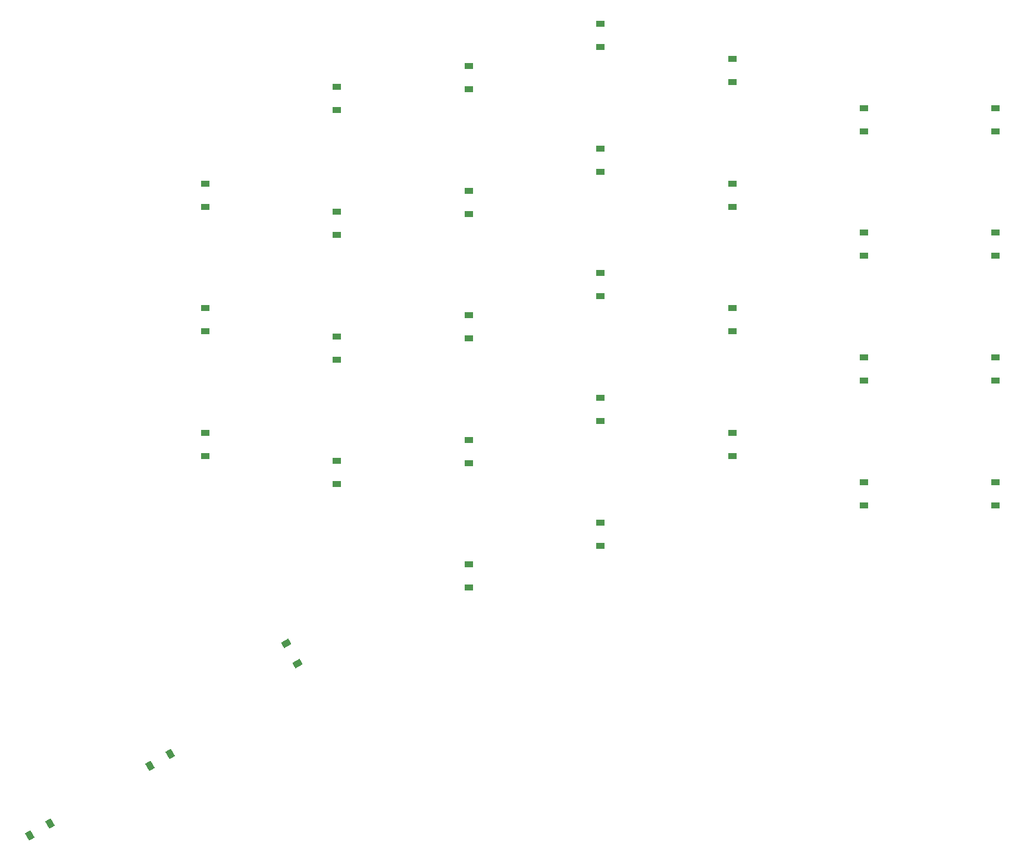
<source format=gbr>
%TF.GenerationSoftware,KiCad,Pcbnew,9.0.7*%
%TF.CreationDate,2026-01-28T22:47:06+01:00*%
%TF.ProjectId,board_right_finished,626f6172-645f-4726-9967-68745f66696e,v1.0.0*%
%TF.SameCoordinates,Original*%
%TF.FileFunction,Paste,Top*%
%TF.FilePolarity,Positive*%
%FSLAX46Y46*%
G04 Gerber Fmt 4.6, Leading zero omitted, Abs format (unit mm)*
G04 Created by KiCad (PCBNEW 9.0.7) date 2026-01-28 22:47:06*
%MOMM*%
%LPD*%
G01*
G04 APERTURE LIST*
G04 Aperture macros list*
%AMRotRect*
0 Rectangle, with rotation*
0 The origin of the aperture is its center*
0 $1 length*
0 $2 width*
0 $3 Rotation angle, in degrees counterclockwise*
0 Add horizontal line*
21,1,$1,$2,0,0,$3*%
G04 Aperture macros list end*
%ADD10R,1.200000X0.900000*%
%ADD11RotRect,0.900000X1.200000X300.000000*%
%ADD12RotRect,0.900000X1.200000X210.000000*%
G04 APERTURE END LIST*
D10*
%TO.C,D12*%
X236021500Y-73750000D03*
X236021500Y-77050000D03*
%TD*%
%TO.C,D21*%
X198521500Y-92500000D03*
X198521500Y-95800000D03*
%TD*%
%TO.C,D20*%
X198521500Y-110250000D03*
X198521500Y-113550000D03*
%TD*%
%TO.C,D29*%
X161021500Y-91500000D03*
X161021500Y-94800000D03*
%TD*%
%TO.C,D18*%
X198521500Y-145750000D03*
X198521500Y-149050000D03*
%TD*%
%TO.C,D10*%
X236021500Y-109250000D03*
X236021500Y-112550000D03*
%TD*%
%TO.C,D9*%
X236021500Y-127000000D03*
X236021500Y-130300000D03*
%TD*%
%TO.C,D7*%
X254771500Y-98500000D03*
X254771500Y-101800000D03*
%TD*%
%TO.C,D4*%
X273521500Y-80750000D03*
X273521500Y-84050000D03*
%TD*%
%TO.C,D27*%
X161021500Y-127000000D03*
X161021500Y-130300000D03*
%TD*%
%TO.C,D14*%
X217271500Y-122000000D03*
X217271500Y-125300000D03*
%TD*%
%TO.C,D25*%
X179771500Y-95500000D03*
X179771500Y-98800000D03*
%TD*%
D11*
%TO.C,D30*%
X172544600Y-156988958D03*
X174194600Y-159846842D03*
%TD*%
D10*
%TO.C,D24*%
X179771500Y-113250000D03*
X179771500Y-116550000D03*
%TD*%
%TO.C,D11*%
X236021500Y-91500000D03*
X236021500Y-94800000D03*
%TD*%
%TO.C,D13*%
X217271500Y-139750000D03*
X217271500Y-143050000D03*
%TD*%
%TO.C,D6*%
X254771500Y-116250000D03*
X254771500Y-119550000D03*
%TD*%
D12*
%TO.C,D32*%
X138914842Y-182640500D03*
X136056958Y-184290500D03*
%TD*%
D10*
%TO.C,D22*%
X198521500Y-74750000D03*
X198521500Y-78050000D03*
%TD*%
%TO.C,D5*%
X254771500Y-134000000D03*
X254771500Y-137300000D03*
%TD*%
%TO.C,D3*%
X273521500Y-98500000D03*
X273521500Y-101800000D03*
%TD*%
%TO.C,D15*%
X217271500Y-104250000D03*
X217271500Y-107550000D03*
%TD*%
%TO.C,D23*%
X179771500Y-131000000D03*
X179771500Y-134300000D03*
%TD*%
%TO.C,D19*%
X198521500Y-128000000D03*
X198521500Y-131300000D03*
%TD*%
%TO.C,D26*%
X179771500Y-77750000D03*
X179771500Y-81050000D03*
%TD*%
D12*
%TO.C,D31*%
X156062142Y-172740500D03*
X153204258Y-174390500D03*
%TD*%
D10*
%TO.C,D28*%
X161021500Y-109250000D03*
X161021500Y-112550000D03*
%TD*%
%TO.C,D8*%
X254771500Y-80750000D03*
X254771500Y-84050000D03*
%TD*%
%TO.C,D16*%
X217271500Y-86500000D03*
X217271500Y-89800000D03*
%TD*%
%TO.C,D17*%
X217271500Y-68750000D03*
X217271500Y-72050000D03*
%TD*%
%TO.C,D1*%
X273521500Y-134000000D03*
X273521500Y-137300000D03*
%TD*%
%TO.C,D2*%
X273521500Y-116250000D03*
X273521500Y-119550000D03*
%TD*%
M02*

</source>
